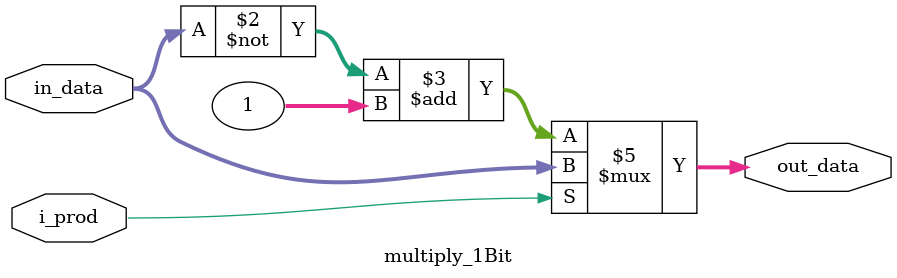
<source format=sv>
`timescale 1ns / 1ps

// i_prod = 1 -> * 1
// i_prod = 0 -> * -1
module multiply_1Bit #(BitSize = 32)
    (
    input signed [BitSize-1:0] in_data,
    input i_prod,
    output logic [BitSize-1:0] out_data
    );
    
    always_comb begin
        if (i_prod) begin
            out_data = in_data;
        end 
        else begin
            out_data = ~in_data + 1;
        end
    end
endmodule

</source>
